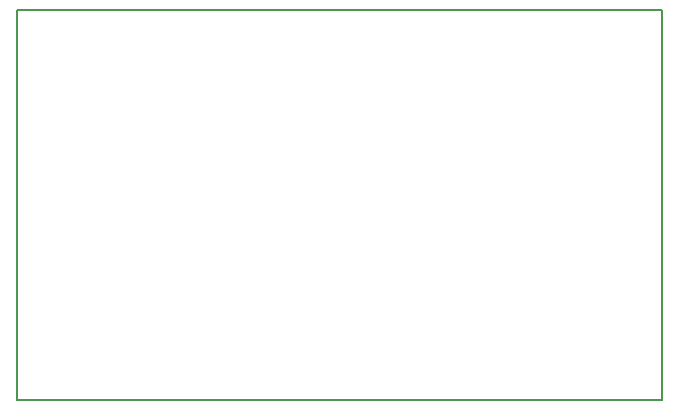
<source format=gbr>
G04 #@! TF.FileFunction,Profile,NP*
%FSLAX46Y46*%
G04 Gerber Fmt 4.6, Leading zero omitted, Abs format (unit mm)*
G04 Created by KiCad (PCBNEW 4.0.7) date 11/13/17 00:53:45*
%MOMM*%
%LPD*%
G01*
G04 APERTURE LIST*
%ADD10C,0.100000*%
%ADD11C,0.150000*%
G04 APERTURE END LIST*
D10*
D11*
X115570000Y-88900000D02*
X115570000Y-105410000D01*
X170180000Y-88900000D02*
X115570000Y-88900000D01*
X170180000Y-90170000D02*
X170180000Y-88900000D01*
X170180000Y-121920000D02*
X115570000Y-121920000D01*
X115570000Y-121920000D02*
X115570000Y-105410000D01*
X170180000Y-90170000D02*
X170180000Y-121920000D01*
M02*

</source>
